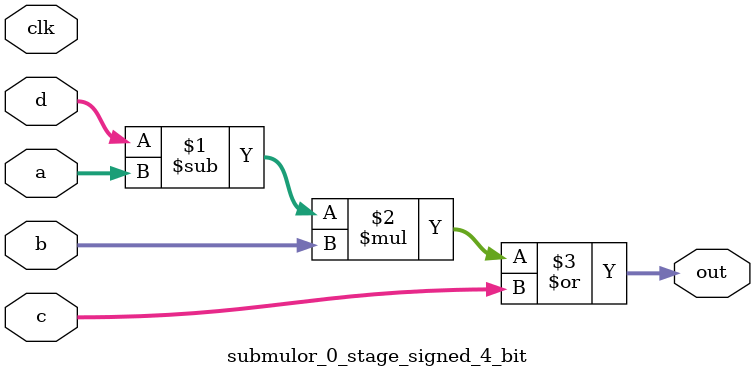
<source format=sv>
(* use_dsp = "yes" *) module submulor_0_stage_signed_4_bit(
	input signed [3:0] a,
	input signed [3:0] b,
	input signed [3:0] c,
	input signed [3:0] d,
	output [3:0] out,
	input clk);

	assign out = ((d - a) * b) | c;
endmodule

</source>
